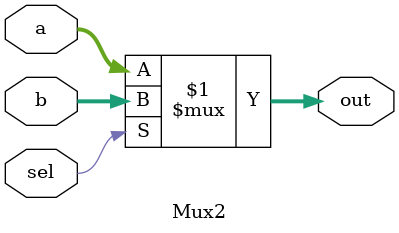
<source format=v>
`ifndef MUX2_V
`define MUX2_V

module Mux2(a, b, sel, out);

    input [1:0] a, b;
    input sel;
    output [1:0] out;

    // logic
    assign out = sel ? b : a;

endmodule

`endif
</source>
